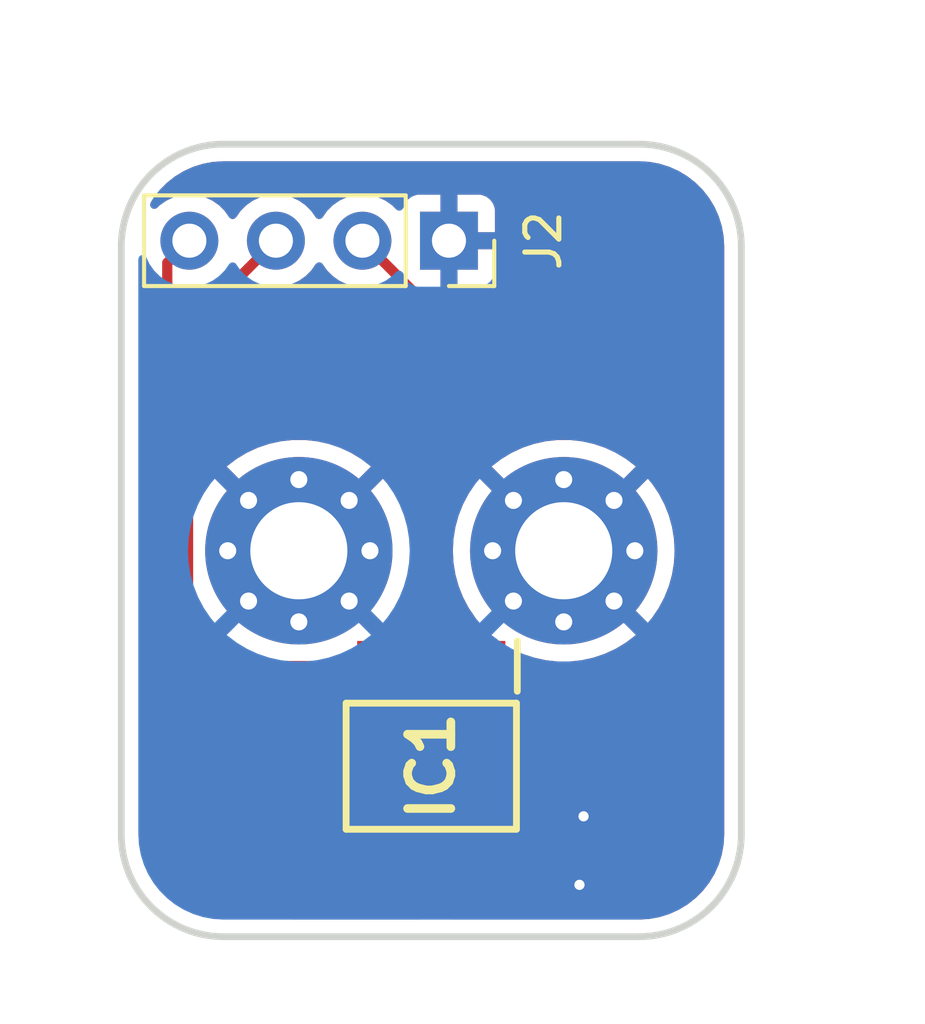
<source format=kicad_pcb>
(kicad_pcb (version 20240108) (generator "pcbnew") (generator_version "8.0")
  (layers (0 "F.Cu" signal) (31 "B.Cu" signal) (34 "B.Paste" user) (35 "F.Paste" user) (36 "B.SilkS" user "B.Silkscreen") (37 "F.SilkS" user "F.Silkscreen") (38 "B.Mask" user) (39 "F.Mask" user) (44 "Edge.Cuts" user))
  (net 0 "")
  (net 3 "Encoder B")
  (net 7 "+5V")
  (net 8 "GND")
  (net 12 "Encoder A")
  (footprint "Connector_PinSocket_2.54mm:PinSocket_1x04_P2.54mm_Vertical" (layer "F.Cu") (at 0.519 -15.418 -90)
    (property "Reference" "J2" (at 0 -2.77 90) (layer "F.SilkS"))
    (property "Value" "Conn_01x04_Pin")
    (fp_line (start -1.33 8.95) (end 1.33 8.95) (stroke (width 0.12)) (layer "F.SilkS"))
    (fp_line (start -1.33 1.27) (end -1.33 8.95) (stroke (width 0.12)) (layer "F.SilkS"))
    (fp_line (start -1.33 1.27) (end 1.33 1.27) (stroke (width 0.12)) (layer "F.SilkS"))
    (fp_line (start 1.33 1.27) (end 1.33 8.95) (stroke (width 0.12)) (layer "F.SilkS"))
    (fp_line (start 0 -1.33) (end 1.33 -1.33) (stroke (width 0.12)) (layer "F.SilkS"))
    (fp_line (start 1.33 -1.33) (end 1.33 0) (stroke (width 0.12)) (layer "F.SilkS"))
    (pad "1" thru_hole rect (at 0 0 270) (size 1.7 1.7) (drill 1) (layers "*.Cu" "*.Mask") (net 8 "GND"))
    (pad "2" thru_hole oval (at 0 2.54 270) (size 1.7 1.7) (drill 1) (layers "*.Cu" "*.Mask") (net 3 "Encoder B"))
    (pad "3" thru_hole oval (at 0 5.08 270) (size 1.7 1.7) (drill 1) (layers "*.Cu" "*.Mask") (net 12 "Encoder A"))
    (pad "4" thru_hole oval (at 0 7.62 270) (size 1.7 1.7) (drill 1) (layers "*.Cu" "*.Mask") (net 7 "+5V"))
  )
  (footprint "Bohrloch:Loch" (layer "F.Cu") (at -3.887801 -6.321985)
    (property "Reference" "REF**" (hide yes))
    (property "Value" "Loch" (hide yes))
    (pad "" thru_hole circle (at 0 0) (size 5.5 5.5) (drill 2.85) (layers "*.Cu" "*.Mask") (net 8 "GND"))
    (pad "1" thru_hole circle (at 0 -2.0875) (size 0.7 0.7) (drill 0.5) (layers "*.Cu" "*.Mask") (net 8 "GND"))
    (pad "2" thru_hole circle (at -1.476085 -1.476085 45) (size 0.7 0.7) (drill 0.5) (layers "*.Cu" "*.Mask") (net 8 "GND"))
    (pad "3" thru_hole circle (at -2.0875 0 90) (size 0.7 0.7) (drill 0.5) (layers "*.Cu" "*.Mask") (net 8 "GND"))
    (pad "4" thru_hole circle (at -1.476085 1.476085 135) (size 0.7 0.7) (drill 0.5) (layers "*.Cu" "*.Mask") (net 8 "GND"))
    (pad "5" thru_hole circle (at 0 2.0875 180) (size 0.7 0.7) (drill 0.5) (layers "*.Cu" "*.Mask") (net 8 "GND"))
    (pad "6" thru_hole circle (at 1.476085 1.476085 225) (size 0.7 0.7) (drill 0.5) (layers "*.Cu" "*.Mask") (net 8 "GND"))
    (pad "7" thru_hole circle (at 2.0875 0 270) (size 0.7 0.7) (drill 0.5) (layers "*.Cu" "*.Mask") (net 8 "GND"))
    (pad "8" thru_hole circle (at 1.476085 -1.476085 315) (size 0.7 0.7) (drill 0.5) (layers "*.Cu" "*.Mask") (net 8 "GND"))
  )
  (footprint "Bohrloch:Loch" (layer "F.Cu") (at 3.887801 -6.321985)
    (property "Reference" "REF**" (hide yes))
    (property "Value" "Loch" (hide yes))
    (pad "" thru_hole circle (at 0 0) (size 5.5 5.5) (drill 2.85) (layers "*.Cu" "*.Mask") (net 8 "GND"))
    (pad "1" thru_hole circle (at 0 -2.0875) (size 0.7 0.7) (drill 0.5) (layers "*.Cu" "*.Mask") (net 8 "GND"))
    (pad "2" thru_hole circle (at -1.476085 -1.476085 45) (size 0.7 0.7) (drill 0.5) (layers "*.Cu" "*.Mask") (net 8 "GND"))
    (pad "3" thru_hole circle (at -2.0875 0 90) (size 0.7 0.7) (drill 0.5) (layers "*.Cu" "*.Mask") (net 8 "GND"))
    (pad "4" thru_hole circle (at -1.476085 1.476085 135) (size 0.7 0.7) (drill 0.5) (layers "*.Cu" "*.Mask") (net 8 "GND"))
    (pad "5" thru_hole circle (at 0 2.0875 180) (size 0.7 0.7) (drill 0.5) (layers "*.Cu" "*.Mask") (net 8 "GND"))
    (pad "6" thru_hole circle (at 1.476085 1.476085 225) (size 0.7 0.7) (drill 0.5) (layers "*.Cu" "*.Mask") (net 8 "GND"))
    (pad "7" thru_hole circle (at 2.0875 0 270) (size 0.7 0.7) (drill 0.5) (layers "*.Cu" "*.Mask") (net 8 "GND"))
    (pad "8" thru_hole circle (at 1.476085 -1.476085 315) (size 0.7 0.7) (drill 0.5) (layers "*.Cu" "*.Mask") (net 8 "GND"))
  )
  (footprint "AS5047P-ATSM:SOP65P640X120-14N" (layer "F.Cu") (at 0 0 -90)
    (property "Reference" "IC1" (at 0 0 90) (layer "F.SilkS") (effects (font (size 1.27 1.27) (thickness 0.254))))
    (property "Value" "AS5047P-ATSM" (hide yes))
    (fp_line (start -1.85 2.5) (end -1.85 -2.5) (stroke (width 0.2)) (layer "F.SilkS"))
    (fp_line (start 1.85 2.5) (end -1.85 2.5) (stroke (width 0.2)) (layer "F.SilkS"))
    (fp_line (start -1.85 -2.5) (end 1.85 -2.5) (stroke (width 0.2)) (layer "F.SilkS"))
    (fp_line (start 1.85 -2.5) (end 1.85 2.5) (stroke (width 0.2)) (layer "F.SilkS"))
    (fp_line (start -3.675 -2.525) (end -2.2 -2.525) (stroke (width 0.2)) (layer "F.SilkS"))
    (pad "1" smd rect (at -2.938 -1.95) (size 0.45 1.475) (layers "F.Cu" "F.Paste" "F.Mask"))
    (pad "2" smd rect (at -2.938 -1.3) (size 0.45 1.475) (layers "F.Cu" "F.Paste" "F.Mask"))
    (pad "3" smd rect (at -2.938 -0.65) (size 0.45 1.475) (layers "F.Cu" "F.Paste" "F.Mask"))
    (pad "4" smd rect (at -2.938 0) (size 0.45 1.475) (layers "F.Cu" "F.Paste" "F.Mask"))
    (pad "5" smd rect (at -2.938 0.65) (size 0.45 1.475) (layers "F.Cu" "F.Paste" "F.Mask"))
    (pad "6" smd rect (at -2.938 1.3) (size 0.45 1.475) (layers "F.Cu" "F.Paste" "F.Mask") (net 3 "Encoder B"))
    (pad "7" smd rect (at -2.938 1.95) (size 0.45 1.475) (layers "F.Cu" "F.Paste" "F.Mask") (net 12 "Encoder A"))
    (pad "8" smd rect (at 2.938 1.95) (size 0.45 1.475) (layers "F.Cu" "F.Paste" "F.Mask"))
    (pad "9" smd rect (at 2.938 1.3) (size 0.45 1.475) (layers "F.Cu" "F.Paste" "F.Mask"))
    (pad "10" smd rect (at 2.938 0.65) (size 0.45 1.475) (layers "F.Cu" "F.Paste" "F.Mask"))
    (pad "11" smd rect (at 2.938 0) (size 0.45 1.475) (layers "F.Cu" "F.Paste" "F.Mask") (net 7 "+5V"))
    (pad "12" smd rect (at 2.938 -0.65) (size 0.45 1.475) (layers "F.Cu" "F.Paste" "F.Mask"))
    (pad "13" smd rect (at 2.938 -1.3) (size 0.45 1.475) (layers "F.Cu" "F.Paste" "F.Mask") (net 8 "GND"))
    (pad "14" smd rect (at 2.938 -1.95) (size 0.45 1.475) (layers "F.Cu" "F.Paste" "F.Mask"))
  )
  (gr_arc (start -6.099999 5) (mid -8.22132 4.12132) (end -9.1 1.999999) (stroke (width 0.2)) (layer "Edge.Cuts"))
  (gr_line (start -9.1 -15.249999) (end -9.1 1.999999) (stroke (width 0.2)) (layer "Edge.Cuts"))
  (gr_arc (start 9.1 2) (mid 8.22132 4.12132) (end 6.1 5) (stroke (width 0.2)) (layer "Edge.Cuts"))
  (gr_arc (start 6.1 -18.25) (mid 8.22132 -17.37132) (end 9.1 -15.25) (stroke (width 0.2)) (layer "Edge.Cuts"))
  (gr_line (start 9.1 2) (end 9.1 -15.25) (stroke (width 0.2)) (layer "Edge.Cuts"))
  (gr_arc (start -9.1 -15.249999) (mid -8.22132 -17.37132) (end -6.099999 -18.25) (stroke (width 0.2)) (layer "Edge.Cuts"))
  (gr_line (start -6.099999 5) (end 6.1 5) (stroke (width 0.2)) (layer "Edge.Cuts"))
  (gr_line (start 6.1 -18.25) (end -6.099999 -18.25) (stroke (width 0.2)) (layer "Edge.Cuts"))
  (segment (start -1.3 -2.938) (end -1.3 -4.06) (width 0.3) (layer "F.Cu") (net 3))
  (segment (start -0.47 -4.89) (end -0.47 -13.867) (width 0.3) (layer "F.Cu") (net 3))
  (segment (start -1.3 -4.06) (end -0.47 -4.89) (width 0.3) (layer "F.Cu") (net 3))
  (segment (start -0.47 -13.867) (end -2.021 -15.418) (width 0.3) (layer "F.Cu") (net 3))
  (segment (start -7.75 -14.769) (end -7.101 -15.418) (width 0.3) (layer "F.Cu") (net 7))
  (segment (start 0 3.9755) (end -0.3745 4.35) (width 0.3) (layer "F.Cu") (net 7))
  (segment (start -4.03 4.35) (end -7.75 0.63) (width 0.3) (layer "F.Cu") (net 7))
  (segment (start -7.75 0.63) (end -7.75 -14.769) (width 0.3) (layer "F.Cu") (net 7))
  (segment (start -0.3745 4.35) (end -4.03 4.35) (width 0.3) (layer "F.Cu") (net 7))
  (segment (start 0 2.938) (end 0 3.9755) (width 0.3) (layer "F.Cu") (net 7))
  (segment (start 3.59 4.24) (end 4.35 3.48) (width 0.3) (layer "F.Cu") (net 8))
  (segment (start 1.7305 1.47) (end 1.3 1.9005) (width 0.3) (layer "F.Cu") (net 8))
  (segment (start 1.3 1.9005) (end 1.3 2.938) (width 0.3) (layer "F.Cu") (net 8))
  (segment (start 1.3 2.938) (end 1.3 3.9755) (width 0.3) (layer "F.Cu") (net 8))
  (segment (start 1.3 3.9755) (end 1.5645 4.24) (width 0.3) (layer "F.Cu") (net 8))
  (segment (start 4.35 3.48) (end 4.33 3.5) (width 0.3) (layer "F.Cu") (net 8))
  (segment (start 4.47 1.47) (end 1.7305 1.47) (width 0.3) (layer "F.Cu") (net 8))
  (segment (start 1.5645 4.24) (end 3.59 4.24) (width 0.3) (layer "F.Cu") (net 8))
  (via (at 4.35 3.48) (size 0.6) (drill 0.3) (layers "F.Cu" "B.Cu") (net 8))
  (via (at 4.47 1.47) (size 0.6) (drill 0.3) (layers "F.Cu" "B.Cu") (net 8))
  (segment (start -6.308 -2.938) (end -7.14 -3.77) (width 0.3) (layer "F.Cu") (net 12))
  (segment (start -1.95 -2.938) (end -6.308 -2.938) (width 0.3) (layer "F.Cu") (net 12))
  (segment (start -7.14 -12.839) (end -4.561 -15.418) (width 0.3) (layer "F.Cu") (net 12))
  (segment (start -7.14 -3.77) (end -7.14 -12.839) (width 0.3) (layer "F.Cu") (net 12))
  (zone (net 8) (net_name "GND") (layers "F&B.Cu") (connect_pads (clearance 0.5)) (min_thickness 0.25) (fill yes (thermal_gap 0.5) (thermal_bridge_width 0.5))
    (polygon (pts (xy -12.66 -22.48) (xy 14.51 -22.48) (xy 14.51 7.58) (xy -12.66 7.58)))
  )
)
</source>
